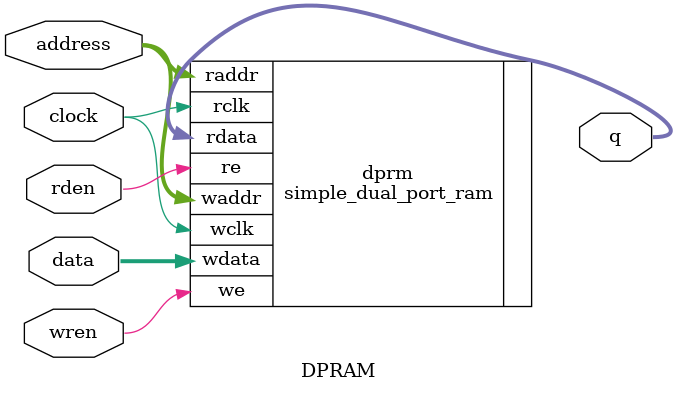
<source format=v>
/* FPGA mappy top level module
Copyright (c) 2022, madov
All rights reserved.

Redistribution and use in source and binary forms, with or without
modification, are permitted provided that the following conditions are met:

1. Redistributions of source code must retain the above copyright notice, this
   list of conditions and the following disclaimer.

2. Redistributions in binary form must reproduce the above copyright notice,
   this list of conditions and the following disclaimer in the documentation
   and/or other materials provided with the distribution.

3. Neither the name of the copyright holder nor the names of its
   contributors may be used to endorse or promote products derived from
   this software without specific prior written permission.

THIS SOFTWARE IS PROVIDED BY THE COPYRIGHT HOLDERS AND CONTRIBUTORS "AS IS"
AND ANY EXPRESS OR IMPLIED WARRANTIES, INCLUDING, BUT NOT LIMITED TO, THE
IMPLIED WARRANTIES OF MERCHANTABILITY AND FITNESS FOR A PARTICULAR PURPOSE ARE
DISCLAIMED. IN NO EVENT SHALL THE COPYRIGHT HOLDER OR CONTRIBUTORS BE LIABLE
FOR ANY DIRECT, INDIRECT, INCIDENTAL, SPECIAL, EXEMPLARY, OR CONSEQUENTIAL
DAMAGES (INCLUDING, BUT NOT LIMITED TO, PROCUREMENT OF SUBSTITUTE GOODS OR
SERVICES; LOSS OF USE, DATA, OR PROFITS; OR BUSINESS INTERRUPTION) HOWEVER
CAUSED AND ON ANY THEORY OF LIABILITY, WHETHER IN CONTRACT, STRICT LIABILITY,
OR TORT (INCLUDING NEGLIGENCE OR OTHERWISE) ARISING IN ANY WAY OUT OF THE USE
OF THIS SOFTWARE, EVEN IF ADVISED OF THE POSSIBILITY OF SUCH DAMAGE.// Copyright (C) 2022 by madov(@maddoka)
*/

//=======================================================
`ifdef QUARTUS

`default_nettype none
`endif
                                                                                                                                                                                                                  
module NANO_DRUAGA(

	//////////// CLOCK //////////
	input 		wire      		FPGA_CLK1_50,

`ifdef QUARTUS
	input 		wire       		FPGA_CLK2_50,
`endif


`ifdef TRION
    input wire clk_18432,
    input wire clk_6144,
    input wire clk_36864,
    


`endif

    input wire [3:0]dip,
	output wire [2:0]red,green,
	output wire [1:0]blue,
	output wire csync,
	input  wire  coin,start,up,down,left,right,t1,t2,
	output wire DD1,DD2,DD3,DD4,
	input wire [1:0]KEY,

`ifdef QUARTUS	
	output wire sx,sclk,rclk,sx4,
`endif
	input wire [7:0]rom_d,

`ifdef QUARTUS
	output wire [15:0]rom_a,
    output wire nrom_oe,
    output wire nrom_oe2,
`endif

`ifdef TRION
	output wire [18:0]rom_a,
    input wire gamesw,
    output wire o_nrom_oe,
    output wire sclk,
    output wire shld,
    output wire nrom_oe2,
    output wire debug1,debug2,debug3,debug4,
`endif
	output wire [7:0]c99_out
	
);

`ifdef TRION
wire [15:0]dipsw_port;
assign nrom_oe2 = 1'b0;
assign sclk = clk_6144;
reg [4:0]dsw_counter;
reg [15:0]dipsw;
reg shld_reg;
assign  shld = shld_reg;

always @(posedge clk_6144)
begin
    dsw_counter = dsw_counter + 1;
    shld_reg = dsw_counter[4];
end
always @(negedge clk_6144)
begin
    if (dsw_counter[4]==1) begin
        dipsw[ dsw_counter[3:0] ] = ~gamesw;
        end
end

assign debug1 = svsw;//dipsw_port[0];
assign debug2 = 0;
assign debug3 = 0;
assign debug4 = 0;
 
assign dipsw_port = { dipsw[8],dipsw[9],dipsw[10],dipsw[11],dipsw[12],dipsw[13],dipsw[14],dipsw[15],
                      dipsw[0],dipsw[1],dipsw[2],dipsw[3],dipsw[4],dipsw[5],dipsw[6],dipsw[7] };
    
`endif

//DIPSW　仕様
//swa  12345678
//dipsw[7:0]
//swb 12345678
//dipsw[15:8]

// 58xx + 58xx 4bitsp  mappy    == 0000
// 58xx + 56xx 4bitsp  td,dig2  == 0001
// 56xx + 56xx 4bitsp  mo       == 0011

// 58xx + 56xx 2bitsp  grobda   == 1001
// 56xx + 59xx 2bitsp  pacnpal  == 1110
// 56xx + 56xx 2bitsp  spacman  == 1011

// [3] ... 4bit or 2bit
// [1:0] .. 58?56?
// [2] .. 59

//=======================================================
//  REG/WIRE declarations
//=======================================================

`ifdef QUARTUS

assign sclk = clk_6144;
assign sx4 = 0;
reg [3:0]shc;
always @(posedge clk_6144)
	shc <= shc + 1;
	
reg [15:0]sx_out;
initial sx_out[9:0] = { 9'b0,1'b1 };

assign sx =  sx_out[~shc[3:0]];
assign rclk = (shc[3:0]==4'b0000);
wire clk_18432;
wire clk_36864;

`endif

wire U1 = ~up;
wire R1 = ~right;
wire D1 = ~down;
wire L1 = ~left;
wire T1 = ~t1;
wire S1 = ~start;
wire C1 = (~coin) | pt;
wire T2 = ~t2;

wire [7:0] JOY = {T2,U1,D1,L1,R1,T1,S1,C1};
wire p3x;
wire [15:0]rom_ra,srom_ra;
wire [7:0]rom_rd,srom_rd;
wire rom_rcs,rom_roe,rom_rwe;
wire clk_z80;
wire [11:0]bg_addr;
wire [7:0]bg_data;
wire [4:0] vr,vg,vb;
wire [9:0] pcm_out;
wire pxc;
//wire dac_out;
//assign DD1 = dac_out;
assign DD2 = 0;
assign DD3 = 0;
assign DD4 = 0;

reg romtrans_done;
initial romtrans_done = 0;
wire [7:0]wave_addr,wave_out;
wire [13:0]AB_gfx2;
wire [7:0]gfx2aout;
wire [7:0]gfx2bout;
wire HS,VS;
assign csync = HS & VS;

wire [7:0]tileclut_addr;
wire [10:0]spclut_addr;
wire [7:0]tileclut_out,spclut_out;
wire [4:0]clut_addr;
wire [7:0]clut_out;

    
wire n_main_reset;
wire n_sub_reset;

assign n_main_reset = romtrans_done ;//& ~KEY[0] ; 
assign n_sub_reset = romtrans_done ;//& ~KEY[0] ;

//assign dsdac = dac_out;
reg [9:0] a;	

//=======================================================
//  Structural coding
//=======================================================

`ifdef TRION
wire [3:0]game_kind = ~dip;
`endif
`ifdef QUARTUS
wire[3:0]game_kind =  4'b0100;
`endif


//service switch for mappy 
reg [16:0] count6m;
reg key_a,key_b;

always @(posedge clk_6144)
begin
    count6m <= count6m + 1;
    if (count6m == 17'b0) begin
        if ( ( key_a != KEY[0] ) && ( KEY[0]==0) )begin
                            key_b = ~key_b ;
                               end
    end
    if (count6m == 17'b1) begin
                key_a = KEY[0];
    end
end
wire svsw;
assign svsw = key_b;


reg [31:0]ptrap;
reg pt;
always @(posedge clk_6144)
begin
    if ( S1 == 0 )
        begin
            ptrap <= 0;
            pt<=0;
        end
        else 
           ptrap <= ptrap + 32'h1;

           
    if (ptrap == 32'h00ea_6000)
        pt<=1;
    if (ptrap == 32'h00ef_1000)
        pt<=0;
        
end



mappy_top mappy (
	.n_HSYNC	(HS)	,
	.n_VSYNC	(VS)	,
	
	.RA		(rom_ra)	,
	.RD		(rom_rd)	,
	.SRA		(srom_ra),
	.SRD		(srom_rd),
	
	.PSW		(~KEY) ,
	
	.CLK18M432	(clk_18432),
	.CLK_50M	(FPGA_CLK1_50),
	.CLK36M864	(clk_36864),
	.RED		(red),
	.GREEN	    (green),
	.BLUE		(blue),
	//.DAC		(dac_out),
	.JOYPORT    (JOY),
	.clk_6144   (~clk_6144),
	.c99out	    (c99_out),
	
	.bg_addr	(bg_addr),
	.bg_data	(bg_data),


	.n_main_reset (n_main_reset),
	.n_sub_reset (n_sub_reset),
	
	.waverom_addr ( wave_addr ),
	.waverom_data ( wave_out ),

	.tileclut_addr	( tileclut_addr ),
	.spclut_addr	( spclut_addr ),
	.tileclut_out	( tileclut_out ),
	.spclut_out		( spclut_out ),
	
	.clut_addr	(clut_addr),
	.clut_out	(clut_out),
	
	.AB_gfx2	(AB_gfx2),
	.gfx2aout (gfx2aout),
	.gfx2bout (gfx2bout),
    
    .game_kind ( game_kind ),
    .dipsw     (dipsw_port),
    .svsw      ( svsw )

	);
`ifdef QUARTUS
assign rom_a = romtrans_done ? rom_ra[14:0] : dl_addr ;
assign rom_rd = rom_d;
assign nrom_oe = 0;

//wire [15:0]dl_addr;
wire dl_we = ~romtrans_done;
wire [7:0]dl_data = rom_d;
//a000-afff bg
//8000-9fff cpu2
//0000-7fff cpu1

reg [15:0]dl_addr;
wire cs_bg = 		(dl_addr[15:12]==4'ha);
wire cs_cpu2 = 	(dl_addr[15:13]==3'b100);
wire cs_palrom1 = (dl_addr[15: 8]==8'hb4 );
wire cs_palrom3 = (dl_addr[15:10]==6'b1011_00 );

wire cs_clut	=	(dl_addr[15: 5]==11'b1011_0110_000);
wire cs_wavrom	 =  (dl_addr[15: 8]== 8'b1011_0101);

initial dl_addr = 16'h0000;
always @(posedge clk_6144)
begin

 if (romtrans_done == 0)	
	begin
		dl_addr = dl_addr + 1;
	
		if ( dl_addr == 16'hffff )
			romtrans_done = 1;
	
	end
	
	

end
`endif

/*
rom1
00000-07FFF   cpu0      td2_3.1d,td2_1.1b  gr2-3.1d,gr2-2.1c,gr2-1.1b 
08000-09FFF   cpu1      td1_4.1k gr1-4.1k
0A000-0AFFF   bg        td1_5.3b gr1-7.3c
0B000-0B3FF   spclut	td1-7.5k gr1-4.3l
0B400-0B4FF   bgclut	td1-6.4c gr1-5.4e
0B500-0B5FF   wave		td1-3.3m gr1-3.3m
0B600-0B61F   palet		td1-5.5b gr1-6.4c

rom2
00000-07FFF   spchip0/1 td1_6.3m,td1_7.3n  gr1-5.3f,gr1-6.3e

//rom1 cpu0については、8000-ffffの場合は0000-7fff,c000-ffffの場合は4000-7fff
//rom1 cpu1については、e000-ffffの場合は8000-9fff,f000-ffffの場合は9000-9fff 

//rom2 各ロムは　0-3fff,4000-7fffとする
//rom容量の小さいものも同様。

*/

`ifdef TRION

reg [18:0]dl_addr;
wire cs_bg =        (dl_addr[16:12]==5'h0_a);        //0a000-0afff
wire cs_cpu2 = 	    (dl_addr[16:13]== 4'b0_100);     //08000-09fff
wire cs_palrom1 =   (dl_addr[16: 8]== 9'h0_b4 );     //0b400-0b4ff
wire cs_palrom3 =   (dl_addr[16:10]== 7'b0_1011_00 );//0b000-0b3ff
wire cs_sprrom1 =   (dl_addr[16:14]== 3'b1_00);      //10000-13fff
wire cs_sprrom2 =   (dl_addr[16:14]== 3'b1_01);      //14000-17fff
wire cs_clut	 =	(dl_addr[16: 5]==12'b0_1011_0110_000); //0b600-0b61f
wire cs_wavrom	 =  (dl_addr[16: 8]== 9'b0_1011_0101);  //0b500-0b5ff

assign rom_a = romtrans_done ? {4'b0,rom_ra[14:0]} : dl_addr[18:0] ;
assign rom_rd = rom_d;
assign o_nrom_oe = 1'b0;

wire dl_we = ~romtrans_done;
wire [7:0]dl_data = rom_d;

initial dl_addr = 17'h00000;
always @(posedge clk_6144)
begin

 if (romtrans_done == 0)	
	begin
		dl_addr = dl_addr + 1;
	
		if ( dl_addr == 17'h1ffff )
			begin
                romtrans_done = 1;
                dl_addr = 17'h00000;
            end
            
	end
	
	

end
`endif

true_dual_port_ram #( 8, 12 )
gfxrom1
(
		.addr1 ( bg_addr ),
		.we1 ( 0 ),
		.din1 ( 0 ),
		.dout1 ( bg_data ),
		.clka ( clk_18432 ),
		
		.addr2 ( dl_addr[11:0] ),
		.we2 ( cs_bg & dl_we ),
		.din2 ( dl_data ),
		.dout2 (),
		.clkb ( clk_6144 )
		
		
		
);	
	
true_dual_port_ram #( 8, 13 )
subcpurom
(
		.addr1 ( srom_ra ),
		.we1 ( 0 ),
		.din1 ( 0 ),
		.dout1 ( srom_rd ),
		.clka ( clk_18432 ),
		
		.addr2 ( dl_addr[12:0] ),
		.we2 ( cs_cpu2 & dl_we ),
		.din2 ( dl_data ),
		.dout2 (),
		.clkb ( clk_6144 )
		
);	

true_dual_port_ram #( 8, 8 )
palrom1
(
		.addr1 ( tileclut_addr ),
		.we1 ( 0 ),
		.din1 ( 0 ),
		.dout1 ( tileclut_out ),
		.clka ( clk_18432 ),
		
		.addr2 ( dl_addr[7:0] ),
		.we2 ( cs_palrom1 & dl_we ),
		.din2 ( dl_data ),
		.dout2 (),
		.clkb ( clk_6144 )
);	

true_dual_port_ram #( 8, 10 )
palrom3
(
		.addr1 ( spclut_addr ),
		.we1 ( 0 ),
		.din1 ( 0 ),
		.dout1 ( spclut_out ),
		.clka ( clk_18432 ),
		
		.addr2 ( dl_addr[9:0] ),
		.we2 (  cs_palrom3 & dl_we ),
		.din2 ( dl_data ),
		.dout2 (),
		.clkb ( clk_6144 )
		
);

true_dual_port_ram #( 8, 5 )
clutrom
(
		.addr1 ( clut_addr ),
		.we1 ( 0 ),
		.din1 ( 0 ),
		.dout1 ( clut_out ),
		.clka ( clk_18432 ),
		
		.addr2 ( dl_addr[4:0] ),
		.we2 (  cs_clut & dl_we ),
		.din2 ( dl_data ),
		.dout2 (),
		.clkb ( clk_6144 )
		
);

`ifdef QUARTUS

gfxrom2a gfx2a
	( .clock (clk_18432), .address_a ( gamekind[2] ? {1'b0, AB_gfx2[12:0] : AB_gfx2[13:0] }  ), .data_a(), .wren_a(1'b0), .q_a(gfx2aout) );//,
								
gfxrom2b gfx2b
	( .clock (clk_18432), .address_a ( gamekind[2] ? {1'b0, AB_gfx2[12:0] : AB_gfx2[13:0] }  ), .data_a(), .wren_a(1'b0), .q_a(gfx2bout) );//,
	
`endif
	
 
    
`ifdef TRION


true_dual_port_ram #( 8, 14 )
gfxrom2a
(
    //mp,gr 
//	  	.addr1 ( gamekind[2] ? {1'b0, AB_gfx2[12:0] } : AB_gfx2[13:0] ),
	  	.addr1 ( game_kind[3] ? {1'b0, AB_gfx2[12:0] } : AB_gfx2[13:0] ),

   		.we1 ( 0 ),
		.din1 ( 0 ),
		.dout1 ( gfx2aout ),
		//.clka ( clk_18432 ),
		.clka   ( clk_36864 ),
        
		.addr2 ( dl_addr[13:0] ),
		.we2 (  cs_sprrom1 & dl_we ),
		.din2 ( dl_data ),
		.dout2 (),
		.clkb ( clk_6144 )
		
);

true_dual_port_ram #( 8, 14 )
gfxrom2b
(
    //mp,gr
//	  	.addr1 ( gamekind[2] ? {1'b0,AB_gfx2[12:0] } : AB_gfx2[13:0] ),
	  	.addr1 ( game_kind[3] ? {1'b0,AB_gfx2[12:0] } : AB_gfx2[13:0] ),

		.we1 ( 0 ),
		.din1 ( 0 ),
		.dout1 ( gfx2bout ),
        //.clka ( clk_18432 ),
		.clka ( clk_36864 ),
		
		.addr2 ( dl_addr[13:0] ),
		.we2 (  cs_sprrom2 & dl_we ),
		.din2 ( dl_data ),
		.dout2 (),
		.clkb ( clk_6144 )
		
);

`endif



true_dual_port_ram #( 4, 8 )
sndrom
(
		.addr1 ( wave_addr ),
		.we1 ( 0 ),
		.din1 ( 0 ),
		.dout1 ( wave_out ),
		.clka ( ~clk_6144 ),
		
		.addr2 ( dl_addr[7:0] ),
		.we2 ( cs_wavrom & dl_we ),
		.din2 ( dl_data ),
		.dout2 (),
		.clkb ( clk_6144 )
		
);


//snd_rom sndrom (
//	.address		(WROMADR),
//	.clock		(~clk_6144),
//	.q				(WROMDAT)
//	);
	

`ifdef QUARTUS
		
pll0 pll_pacman (
		.inclk0	(FPGA_CLK1_50)	,
		.c0		(clk_18432),	
		.c1		(clk_6144),
		.c2		(clk_36864)
		);

`endif

		

	
endmodule





module DPRAM (
    input wire [7:0]data,
    output wire [7:0]q,
    input wire [10:0]address,
    input wire wren,
    input wire rden,
    input wire clock 
    );
    
    
simple_dual_port_ram #( .DATA_WIDTH(8), .ADDR_WIDTH(10) , .OUTPUT_REG ("FALSE") )
 dprm (
    .wdata  (data),
    .waddr  (address),
    .raddr  (address),
    .we (wren),
    .re (rden),
    .wclk (clock),
    .rclk (clock),
    .rdata (q)
    );
    

endmodule


</source>
